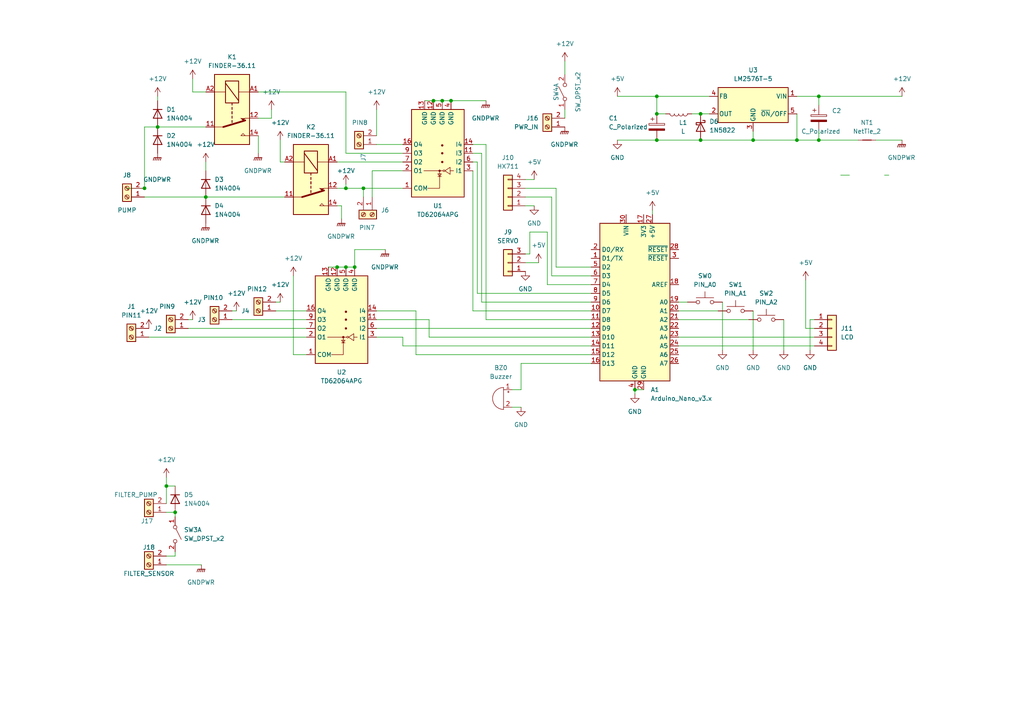
<source format=kicad_sch>
(kicad_sch (version 20230121) (generator eeschema)
  (paper "A4")
  (lib_symbols
    (symbol "Connector:Screw_Terminal_01x02" (pin_names (offset 1.016) hide)
      (property "Reference" "J" (at 0 2.54 0))
      (property "Value" "Screw_Terminal_01x02" (at 0 -5.08 0))
      (symbol "Screw_Terminal_01x02_1_1"
        (rectangle (start -1.27 1.27) (end 1.27 -3.81) (stroke (width 0.254)) (fill (type background)))
        (circle (center 0 -2.54) (radius 0.635) (stroke (width 0.1524)))
        (polyline (pts (xy -0.5334 -2.2098) (xy 0.3302 -3.048)) (stroke (width 0.1524)))
        (polyline (pts (xy -0.5334 0.3302) (xy 0.3302 -0.508)) (stroke (width 0.1524)))
        (polyline (pts (xy -0.3556 -2.032) (xy 0.508 -2.8702)) (stroke (width 0.1524)))
        (polyline (pts (xy -0.3556 0.508) (xy 0.508 -0.3302)) (stroke (width 0.1524)))
        (circle (center 0 0) (radius 0.635) (stroke (width 0.1524)))
        (pin passive line (at -5.08 0 0) (length 3.81) (name "Pin_1") (number "1"))
        (pin passive line (at -5.08 -2.54 0) (length 3.81) (name "Pin_2") (number "2"))
      )
    )
    (symbol "Connector_Generic:Conn_01x03" (pin_names (offset 1.016) hide)
      (property "Reference" "J" (at 0 5.08 0))
      (property "Value" "Conn_01x03" (at 0 -5.08 0))
      (symbol "Conn_01x03_1_1"
        (rectangle (start -1.27 -2.413) (end 0 -2.667) (stroke (width 0.1524)))
        (rectangle (start -1.27 0.127) (end 0 -0.127) (stroke (width 0.1524)))
        (rectangle (start -1.27 2.667) (end 0 2.413) (stroke (width 0.1524)))
        (rectangle (start -1.27 3.81) (end 1.27 -3.81) (stroke (width 0.254)) (fill (type background)))
        (pin passive line (at -5.08 2.54 0) (length 3.81) (name "Pin_1") (number "1"))
        (pin passive line (at -5.08 0 0) (length 3.81) (name "Pin_2") (number "2"))
        (pin passive line (at -5.08 -2.54 0) (length 3.81) (name "Pin_3") (number "3"))
      )
    )
    (symbol "Connector_Generic:Conn_01x04" (pin_names (offset 1.016) hide)
      (property "Reference" "J" (at 0 5.08 0))
      (property "Value" "Conn_01x04" (at 0 -7.62 0))
      (symbol "Conn_01x04_1_1"
        (rectangle (start -1.27 -4.953) (end 0 -5.207) (stroke (width 0.1524)))
        (rectangle (start -1.27 -2.413) (end 0 -2.667) (stroke (width 0.1524)))
        (rectangle (start -1.27 0.127) (end 0 -0.127) (stroke (width 0.1524)))
        (rectangle (start -1.27 2.667) (end 0 2.413) (stroke (width 0.1524)))
        (rectangle (start -1.27 3.81) (end 1.27 -6.35) (stroke (width 0.254)) (fill (type background)))
        (pin passive line (at -5.08 2.54 0) (length 3.81) (name "Pin_1") (number "1"))
        (pin passive line (at -5.08 0 0) (length 3.81) (name "Pin_2") (number "2"))
        (pin passive line (at -5.08 -2.54 0) (length 3.81) (name "Pin_3") (number "3"))
        (pin passive line (at -5.08 -5.08 0) (length 3.81) (name "Pin_4") (number "4"))
      )
    )
    (symbol "Device:Buzzer" (pin_names (offset 0.0254) hide)
      (property "Reference" "BZ" (at 3.81 1.27 0))
      (property "Value" "Buzzer" (at 3.81 -1.27 0))
      (symbol "Buzzer_0_1"
        (arc (start 0 -3.175) (mid 3.1612 0) (end 0 3.175))
        (polyline (pts (xy -1.651 1.905) (xy -1.143 1.905)))
        (polyline (pts (xy -1.397 2.159) (xy -1.397 1.651)))
        (polyline (pts (xy 0 3.175) (xy 0 -3.175)))
      )
      (symbol "Buzzer_1_1"
        (pin passive line (at -2.54 2.54 0) (length 2.54) (name "-") (number "1"))
        (pin passive line (at -2.54 -2.54 0) (length 2.54) (name "+") (number "2"))
      )
    )
    (symbol "Device:C_Polarized" (pin_numbers hide) (pin_names (offset 0.254))
      (property "Reference" "C" (at 0.635 2.54 0))
      (property "Value" "C_Polarized" (at 0.635 -2.54 0))
      (symbol "C_Polarized_0_1"
        (rectangle (start -2.286 0.508) (end 2.286 1.016))
        (polyline (pts (xy -1.778 2.286) (xy -0.762 2.286)))
        (polyline (pts (xy -1.27 2.794) (xy -1.27 1.778)))
        (rectangle (start 2.286 -0.508) (end -2.286 -1.016) (fill (type outline)))
      )
      (symbol "C_Polarized_1_1"
        (pin passive line (at 0 3.81 270) (length 2.794) (name "~") (number "1"))
        (pin passive line (at 0 -3.81 90) (length 2.794) (name "~") (number "2"))
      )
    )
    (symbol "Device:L" (pin_numbers hide) (pin_names (offset 1.016) hide)
      (property "Reference" "L" (at -1.27 0 90))
      (property "Value" "L" (at 1.905 0 90))
      (symbol "L_0_1"
        (arc (start 0 -2.54) (mid 0.6323 -1.905) (end 0 -1.27))
        (arc (start 0 -1.27) (mid 0.6323 -0.635) (end 0 0))
        (arc (start 0 0) (mid 0.6323 0.635) (end 0 1.27))
        (arc (start 0 1.27) (mid 0.6323 1.905) (end 0 2.54))
      )
      (symbol "L_1_1"
        (pin passive line (at 0 3.81 270) (length 1.27) (name "1") (number "1"))
        (pin passive line (at 0 -3.81 90) (length 1.27) (name "2") (number "2"))
      )
    )
    (symbol "Device:NetTie_2" (pin_numbers hide) (pin_names (offset 0) hide) (in_bom no)
      (property "Reference" "NT" (at 0 1.27 0))
      (property "Value" "NetTie_2" (at 0 -1.27 0))
      (symbol "NetTie_2_0_1"
        (polyline (pts (xy -1.27 0) (xy 1.27 0)) (stroke (width 0.254)))
      )
      (symbol "NetTie_2_1_1"
        (pin passive line (at -2.54 0 0) (length 2.54) (name "1") (number "1"))
        (pin passive line (at 2.54 0 180) (length 2.54) (name "2") (number "2"))
      )
    )
    (symbol "Diode:1N4004" (pin_numbers hide) (pin_names hide)
      (property "Reference" "D" (at 0 2.54 0))
      (property "Value" "1N4004" (at 0 -2.54 0))
      (symbol "1N4004_0_1"
        (polyline (pts (xy -1.27 1.27) (xy -1.27 -1.27)) (stroke (width 0.254)))
        (polyline (pts (xy 1.27 0) (xy -1.27 0)))
        (polyline (pts (xy 1.27 1.27) (xy 1.27 -1.27) (xy -1.27 0) (xy 1.27 1.27)) (stroke (width 0.254)))
      )
      (symbol "1N4004_1_1"
        (pin passive line (at -3.81 0 0) (length 2.54) (name "K") (number "1"))
        (pin passive line (at 3.81 0 180) (length 2.54) (name "A") (number "2"))
      )
    )
    (symbol "Diode:1N5822" (pin_numbers hide) (pin_names (offset 1.016) hide)
      (property "Reference" "D" (at 0 2.54 0))
      (property "Value" "1N5822" (at 0 -2.54 0))
      (symbol "1N5822_0_1"
        (polyline (pts (xy 1.27 0) (xy -1.27 0)))
        (polyline (pts (xy 1.27 1.27) (xy 1.27 -1.27) (xy -1.27 0) (xy 1.27 1.27)) (stroke (width 0.254)))
        (polyline (pts (xy -1.905 0.635) (xy -1.905 1.27) (xy -1.27 1.27) (xy -1.27 -1.27) (xy -0.635 -1.27) (xy -0.635 -0.635)) (stroke (width 0.254)))
      )
      (symbol "1N5822_1_1"
        (pin passive line (at -3.81 0 0) (length 2.54) (name "K") (number "1"))
        (pin passive line (at 3.81 0 180) (length 2.54) (name "A") (number "2"))
      )
    )
    (symbol "MCU_Module:Arduino_Nano_v3.x"
      (property "Reference" "A" (at -10.16 23.495 0))
      (property "Value" "Arduino_Nano_v3.x" (at 5.08 -24.13 0))
      (symbol "Arduino_Nano_v3.x_0_1"
        (rectangle (start -10.16 22.86) (end 10.16 -22.86) (stroke (width 0.254)) (fill (type background)))
      )
      (symbol "Arduino_Nano_v3.x_1_1"
        (pin bidirectional line (at -12.7 12.7 0) (length 2.54) (name "D1/TX") (number "1"))
        (pin bidirectional line (at -12.7 -2.54 0) (length 2.54) (name "D7") (number "10"))
        (pin bidirectional line (at -12.7 -5.08 0) (length 2.54) (name "D8") (number "11"))
        (pin bidirectional line (at -12.7 -7.62 0) (length 2.54) (name "D9") (number "12"))
        (pin bidirectional line (at -12.7 -10.16 0) (length 2.54) (name "D10") (number "13"))
        (pin bidirectional line (at -12.7 -12.7 0) (length 2.54) (name "D11") (number "14"))
        (pin bidirectional line (at -12.7 -15.24 0) (length 2.54) (name "D12") (number "15"))
        (pin bidirectional line (at -12.7 -17.78 0) (length 2.54) (name "D13") (number "16"))
        (pin power_out line (at 2.54 25.4 270) (length 2.54) (name "3V3") (number "17"))
        (pin input line (at 12.7 5.08 180) (length 2.54) (name "AREF") (number "18"))
        (pin bidirectional line (at 12.7 0 180) (length 2.54) (name "A0") (number "19"))
        (pin bidirectional line (at -12.7 15.24 0) (length 2.54) (name "D0/RX") (number "2"))
        (pin bidirectional line (at 12.7 -2.54 180) (length 2.54) (name "A1") (number "20"))
        (pin bidirectional line (at 12.7 -5.08 180) (length 2.54) (name "A2") (number "21"))
        (pin bidirectional line (at 12.7 -7.62 180) (length 2.54) (name "A3") (number "22"))
        (pin bidirectional line (at 12.7 -10.16 180) (length 2.54) (name "A4") (number "23"))
        (pin bidirectional line (at 12.7 -12.7 180) (length 2.54) (name "A5") (number "24"))
        (pin bidirectional line (at 12.7 -15.24 180) (length 2.54) (name "A6") (number "25"))
        (pin bidirectional line (at 12.7 -17.78 180) (length 2.54) (name "A7") (number "26"))
        (pin power_out line (at 5.08 25.4 270) (length 2.54) (name "+5V") (number "27"))
        (pin input line (at 12.7 15.24 180) (length 2.54) (name "~{RESET}") (number "28"))
        (pin power_in line (at 2.54 -25.4 90) (length 2.54) (name "GND") (number "29"))
        (pin input line (at 12.7 12.7 180) (length 2.54) (name "~{RESET}") (number "3"))
        (pin power_in line (at -2.54 25.4 270) (length 2.54) (name "VIN") (number "30"))
        (pin power_in line (at 0 -25.4 90) (length 2.54) (name "GND") (number "4"))
        (pin bidirectional line (at -12.7 10.16 0) (length 2.54) (name "D2") (number "5"))
        (pin bidirectional line (at -12.7 7.62 0) (length 2.54) (name "D3") (number "6"))
        (pin bidirectional line (at -12.7 5.08 0) (length 2.54) (name "D4") (number "7"))
        (pin bidirectional line (at -12.7 2.54 0) (length 2.54) (name "D5") (number "8"))
        (pin bidirectional line (at -12.7 0 0) (length 2.54) (name "D6") (number "9"))
      )
    )
    (symbol "Regulator_Switching:LM2576T-5" (pin_names (offset 0.254))
      (property "Reference" "U" (at -10.16 6.35 0))
      (property "Value" "LM2576T-5" (at 0 6.35 0))
      (symbol "LM2576T-5_0_1"
        (rectangle (start -10.16 5.08) (end 10.16 -5.08) (stroke (width 0.254)) (fill (type background)))
      )
      (symbol "LM2576T-5_1_1"
        (pin power_in line (at -12.7 2.54 0) (length 2.54) (name "VIN") (number "1"))
        (pin output line (at 12.7 -2.54 180) (length 2.54) (name "OUT") (number "2"))
        (pin power_in line (at 0 -7.62 90) (length 2.54) (name "GND") (number "3"))
        (pin input line (at 12.7 2.54 180) (length 2.54) (name "FB") (number "4"))
        (pin input line (at -12.7 -2.54 0) (length 2.54) (name "~{ON}/OFF") (number "5"))
      )
    )
    (symbol "Relay:FINDER-36.11"
      (property "Reference" "K" (at 11.43 3.81 0))
      (property "Value" "FINDER-36.11" (at 11.43 1.27 0))
      (symbol "FINDER-36.11_0_0"
        (polyline (pts (xy 2.54 3.81) (xy 2.54 5.08)))
        (polyline (pts (xy 7.62 3.81) (xy 7.62 5.08)))
        (polyline (pts (xy 7.62 3.81) (xy 7.62 2.54) (xy 6.985 3.175) (xy 7.62 3.81)))
      )
      (symbol "FINDER-36.11_0_1"
        (rectangle (start -10.16 5.08) (end 10.16 -5.08) (stroke (width 0.254)) (fill (type background)))
        (rectangle (start -8.255 1.905) (end -1.905 -1.905) (stroke (width 0.254)))
        (polyline (pts (xy -7.62 -1.905) (xy -2.54 1.905)) (stroke (width 0.254)))
        (polyline (pts (xy -5.08 -5.08) (xy -5.08 -1.905)))
        (polyline (pts (xy -5.08 5.08) (xy -5.08 1.905)))
        (polyline (pts (xy -1.905 0) (xy -1.27 0)) (stroke (width 0.254)))
        (polyline (pts (xy -0.635 0) (xy 0 0)) (stroke (width 0.254)))
        (polyline (pts (xy 0.635 0) (xy 1.27 0)) (stroke (width 0.254)))
        (polyline (pts (xy 0.635 0) (xy 1.27 0)) (stroke (width 0.254)))
        (polyline (pts (xy 1.905 0) (xy 2.54 0)) (stroke (width 0.254)))
        (polyline (pts (xy 3.175 0) (xy 3.81 0)) (stroke (width 0.254)))
        (polyline (pts (xy 5.08 -2.54) (xy 3.175 3.81)) (stroke (width 0.508)))
        (polyline (pts (xy 5.08 -2.54) (xy 5.08 -5.08)))
        (polyline (pts (xy 2.54 2.54) (xy 3.175 3.175) (xy 2.54 3.81)) (fill (type outline)))
      )
      (symbol "FINDER-36.11_1_1"
        (pin passive line (at 5.08 -7.62 90) (length 2.54) (name "~") (number "11"))
        (pin passive line (at 2.54 7.62 270) (length 2.54) (name "~") (number "12"))
        (pin passive line (at 7.62 7.62 270) (length 2.54) (name "~") (number "14"))
        (pin passive line (at -5.08 7.62 270) (length 2.54) (name "~") (number "A1"))
        (pin passive line (at -5.08 -7.62 90) (length 2.54) (name "~") (number "A2"))
      )
    )
    (symbol "Switch:SW_DPST_x2" (pin_names (offset 0) hide)
      (property "Reference" "SW" (at 0 3.175 0))
      (property "Value" "SW_DPST_x2" (at 0 -2.54 0))
      (symbol "SW_DPST_x2_0_0"
        (circle (center -2.032 0) (radius 0.508))
        (polyline (pts (xy -1.524 0.254) (xy 1.524 1.778)))
        (circle (center 2.032 0) (radius 0.508))
      )
      (symbol "SW_DPST_x2_1_1"
        (pin passive line (at -5.08 0 0) (length 2.54) (name "A") (number "1"))
        (pin passive line (at 5.08 0 180) (length 2.54) (name "B") (number "2"))
      )
      (symbol "SW_DPST_x2_2_1"
        (pin passive line (at -5.08 0 0) (length 2.54) (name "A") (number "3"))
        (pin passive line (at 5.08 0 180) (length 2.54) (name "B") (number "4"))
      )
    )
    (symbol "Switch:SW_Push" (pin_numbers hide) (pin_names (offset 1.016) hide)
      (property "Reference" "SW" (at 1.27 2.54 0))
      (property "Value" "SW_Push" (at 0 -1.524 0))
      (symbol "SW_Push_0_1"
        (circle (center -2.032 0) (radius 0.508))
        (polyline (pts (xy 0 1.27) (xy 0 3.048)))
        (polyline (pts (xy 2.54 1.27) (xy -2.54 1.27)))
        (circle (center 2.032 0) (radius 0.508))
        (pin passive line (at -5.08 0 0) (length 2.54) (name "1") (number "1"))
        (pin passive line (at 5.08 0 180) (length 2.54) (name "2") (number "2"))
      )
    )
    (symbol "Transistor_Array:TD62064APG"
      (property "Reference" "U" (at 0 15.875 0))
      (property "Value" "TD62064APG" (at 0 13.97 0))
      (symbol "TD62064APG_0_1"
        (rectangle (start -7.62 -12.7) (end 7.62 12.7) (stroke (width 0.254)) (fill (type background)))
        (circle (center -1.778 5.08) (radius 0.254))
        (circle (center -1.27 -2.286) (radius 0.254) (fill (type outline)))
        (circle (center -1.27 0) (radius 0.254) (fill (type outline)))
        (circle (center -1.27 2.54) (radius 0.254) (fill (type outline)))
        (circle (center -0.508 5.08) (radius 0.254) (fill (type outline)))
        (polyline (pts (xy -4.572 5.08) (xy -3.556 5.08)))
        (polyline (pts (xy -1.524 5.08) (xy 4.064 5.08)))
        (polyline (pts (xy 0 6.731) (xy -1.016 6.731)))
        (polyline (pts (xy -0.508 5.08) (xy -0.508 10.16) (xy 2.921 10.16)))
        (polyline (pts (xy -3.556 6.096) (xy -3.556 4.064) (xy -2.032 5.08) (xy -3.556 6.096)))
        (polyline (pts (xy 0 5.969) (xy -1.016 5.969) (xy -0.508 6.731) (xy 0 5.969)))
      )
      (symbol "TD62064APG_1_1"
        (pin passive line (at 10.16 10.16 180) (length 2.54) (name "COM") (number "1"))
        (pin input line (at -10.16 0 0) (length 2.54) (name "I3") (number "11"))
        (pin power_in line (at 1.27 -15.24 90) (length 2.54) (name "GND") (number "12"))
        (pin power_in line (at 3.81 -15.24 90) (length 2.54) (name "GND") (number "13"))
        (pin input line (at -10.16 -2.54 0) (length 2.54) (name "I4") (number "14"))
        (pin open_collector line (at 10.16 -2.54 180) (length 2.54) (name "O4") (number "16"))
        (pin open_collector line (at 10.16 5.08 180) (length 2.54) (name "O1") (number "2"))
        (pin input line (at -10.16 5.08 0) (length 2.54) (name "I1") (number "3"))
        (pin power_in line (at -3.81 -15.24 90) (length 2.54) (name "GND") (number "4"))
        (pin power_in line (at -1.27 -15.24 90) (length 2.54) (name "GND") (number "5"))
        (pin input line (at -10.16 2.54 0) (length 2.54) (name "I2") (number "6"))
        (pin open_collector line (at 10.16 2.54 180) (length 2.54) (name "O2") (number "7"))
        (pin open_collector line (at 10.16 0 180) (length 2.54) (name "O3") (number "9"))
      )
    )
    (symbol "power:+12V" (power) (pin_names (offset 0))
      (property "Value" "+12V" (at 0 3.556 0))
      (symbol "+12V_0_1"
        (polyline (pts (xy -0.762 1.27) (xy 0 2.54)))
        (polyline (pts (xy 0 0) (xy 0 2.54)))
        (polyline (pts (xy 0 2.54) (xy 0.762 1.27)))
      )
      (symbol "+12V_1_1"
        (pin power_in line (at 0 0 90) (length 0) hide (name "+12V") (number "1"))
      )
    )
    (symbol "power:+5V" (power) (pin_names (offset 0))
      (property "Value" "+5V" (at 0 3.556 0))
      (symbol "+5V_0_1"
        (polyline (pts (xy -0.762 1.27) (xy 0 2.54)))
        (polyline (pts (xy 0 0) (xy 0 2.54)))
        (polyline (pts (xy 0 2.54) (xy 0.762 1.27)))
      )
      (symbol "+5V_1_1"
        (pin power_in line (at 0 0 90) (length 0) hide (name "+5V") (number "1"))
      )
    )
    (symbol "power:GND" (power) (pin_names (offset 0))
      (property "Value" "GND" (at 0 -3.81 0))
      (symbol "GND_0_1"
        (polyline (pts (xy 0 0) (xy 0 -1.27) (xy 1.27 -1.27) (xy 0 -2.54) (xy -1.27 -1.27) (xy 0 -1.27)))
      )
      (symbol "GND_1_1"
        (pin power_in line (at 0 0 270) (length 0) hide (name "GND") (number "1"))
      )
    )
    (symbol "power:GNDPWR" (power) (pin_names (offset 0))
      (property "Value" "GNDPWR" (at 0 -3.302 0))
      (symbol "GNDPWR_0_1"
        (polyline (pts (xy 0 -1.27) (xy 0 0)))
        (polyline (pts (xy -1.016 -1.27) (xy -1.27 -2.032) (xy -1.27 -2.032)) (stroke (width 0.2032)))
        (polyline (pts (xy -0.508 -1.27) (xy -0.762 -2.032) (xy -0.762 -2.032)) (stroke (width 0.2032)))
        (polyline (pts (xy 0 -1.27) (xy -0.254 -2.032) (xy -0.254 -2.032)) (stroke (width 0.2032)))
        (polyline (pts (xy 0.508 -1.27) (xy 0.254 -2.032) (xy 0.254 -2.032)) (stroke (width 0.2032)))
        (polyline (pts (xy 1.016 -1.27) (xy -1.016 -1.27) (xy -1.016 -1.27)) (stroke (width 0.2032)))
        (polyline (pts (xy 1.016 -1.27) (xy 0.762 -2.032) (xy 0.762 -2.032) (xy 0.762 -2.032)) (stroke (width 0.2032)))
      )
      (symbol "GNDPWR_1_1"
        (pin power_in line (at 0 0 270) (length 0) hide (name "GNDPWR") (number "1"))
      )
    )
  )
  (junction (at 203.2 40.64))
  (junction (at 125.73 29.21))
  (junction (at 41.91 54.61))
  (junction (at 102.87 77.47))
  (junction (at 50.8 148.59))
  (junction (at 184.15 113.03))
  (junction (at 100.33 54.61))
  (junction (at 100.33 77.47))
  (junction (at 203.2 33.02))
  (junction (at 237.49 27.94))
  (junction (at 190.5 33.02))
  (junction (at 97.79 77.47))
  (junction (at 190.5 27.94))
  (junction (at 105.41 54.61))
  (junction (at 59.69 57.15))
  (junction (at 45.72 36.83))
  (junction (at 128.27 29.21))
  (junction (at 48.26 140.97))
  (junction (at 130.81 29.21))
  (junction (at 231.14 40.64))
  (junction (at 190.5 40.64))
  (junction (at 218.44 40.64))
  (junction (at 237.49 40.64))
  (wire (pts (xy 81.28 46.99) (xy 82.55 46.99)))
  (wire (pts (xy 120.65 90.17) (xy 120.65 102.87)))
  (wire (pts (xy 200.66 33.02) (xy 203.2 33.02)))
  (wire (pts (xy 74.93 34.29) (xy 78.74 34.29)))
  (wire (pts (xy 205.74 27.94) (xy 190.5 27.94)))
  (wire (pts (xy 95.25 77.47) (xy 97.79 77.47)))
  (wire (pts (xy 128.27 29.21) (xy 130.81 29.21)))
  (wire (pts (xy 218.44 40.64) (xy 231.14 40.64)))
  (wire (pts (xy 237.49 27.94) (xy 261.62 27.94)))
  (wire (pts (xy 41.91 57.15) (xy 59.69 57.15)))
  (wire (pts (xy 81.28 40.64) (xy 81.28 46.99)))
  (wire (pts (xy 54.61 95.25) (xy 88.9 95.25)))
  (wire (pts (xy 55.88 26.67) (xy 55.88 22.86)))
  (wire (pts (xy 67.31 92.71) (xy 88.9 92.71)))
  (wire (pts (xy 125.73 29.21) (xy 128.27 29.21)))
  (wire (pts (xy 231.14 40.64) (xy 237.49 40.64)))
  (wire (pts (xy 171.45 90.17) (xy 137.16 90.17)))
  (wire (pts (xy 85.09 102.87) (xy 88.9 102.87)))
  (wire (pts (xy 153.67 73.66) (xy 153.67 67.31)))
  (wire (pts (xy 203.2 40.64) (xy 218.44 40.64)))
  (wire (pts (xy 109.22 92.71) (xy 124.46 92.71)))
  (wire (pts (xy 190.5 27.94) (xy 190.5 33.02)))
  (wire (pts (xy 109.22 97.79) (xy 116.84 97.79)))
  (wire (pts (xy 100.33 26.67) (xy 100.33 44.45)))
  (wire (pts (xy 99.06 59.69) (xy 99.06 63.5)))
  (wire (pts (xy 59.69 49.53) (xy 59.69 46.99)))
  (wire (pts (xy 140.97 41.91) (xy 140.97 92.71)))
  (wire (pts (xy 237.49 27.94) (xy 237.49 30.48)))
  (wire (pts (xy 130.81 29.21) (xy 140.97 29.21)))
  (wire (pts (xy 59.69 57.15) (xy 82.55 57.15)))
  (wire (pts (xy 100.33 44.45) (xy 116.84 44.45)))
  (wire (pts (xy 102.87 77.47) (xy 102.87 72.39)))
  (wire (pts (xy 59.69 26.67) (xy 55.88 26.67)))
  (wire (pts (xy 171.45 92.71) (xy 140.97 92.71)))
  (wire (pts (xy 97.79 46.99) (xy 116.84 46.99)))
  (wire (pts (xy 48.26 148.59) (xy 50.8 148.59)))
  (wire (pts (xy 196.85 92.71) (xy 217.17 92.71)))
  (wire (pts (xy 107.95 49.53) (xy 116.84 49.53)))
  (wire (pts (xy 139.7 44.45) (xy 137.16 44.45)))
  (wire (pts (xy 196.85 100.33) (xy 236.22 100.33)))
  (wire (pts (xy 151.13 113.03) (xy 151.13 105.41)))
  (wire (pts (xy 179.07 40.64) (xy 190.5 40.64)))
  (wire (pts (xy 148.59 113.03) (xy 151.13 113.03)))
  (wire (pts (xy 48.26 140.97) (xy 48.26 138.43)))
  (wire (pts (xy 184.15 113.03) (xy 186.69 113.03)))
  (wire (pts (xy 196.85 90.17) (xy 208.28 90.17)))
  (wire (pts (xy 152.4 76.2) (xy 156.21 76.2)))
  (wire (pts (xy 161.29 54.61) (xy 161.29 77.47)))
  (wire (pts (xy 189.23 60.96) (xy 189.23 62.23)))
  (wire (pts (xy 234.95 92.71) (xy 234.95 101.6)))
  (wire (pts (xy 218.44 38.1) (xy 218.44 40.64)))
  (wire (pts (xy 120.65 102.87) (xy 171.45 102.87)))
  (wire (pts (xy 48.26 163.83) (xy 58.42 163.83)))
  (wire (pts (xy 171.45 87.63) (xy 139.7 87.63)))
  (wire (pts (xy 124.46 97.79) (xy 171.45 97.79)))
  (wire (pts (xy 41.91 36.83) (xy 41.91 54.61)))
  (wire (pts (xy 137.16 41.91) (xy 140.97 41.91)))
  (wire (pts (xy 158.75 67.31) (xy 158.75 82.55)))
  (wire (pts (xy 139.7 44.45) (xy 139.7 87.63)))
  (wire (pts (xy 163.83 17.78) (xy 163.83 21.59)))
  (wire (pts (xy 80.01 90.17) (xy 88.9 90.17)))
  (wire (pts (xy 236.22 92.71) (xy 234.95 92.71)))
  (wire (pts (xy 237.49 38.1) (xy 237.49 40.64)))
  (wire (pts (xy 100.33 77.47) (xy 102.87 77.47)))
  (wire (pts (xy 78.74 34.29) (xy 78.74 31.75)))
  (wire (pts (xy 97.79 59.69) (xy 99.06 59.69)))
  (wire (pts (xy 116.84 97.79) (xy 116.84 100.33)))
  (wire (pts (xy 74.93 39.37) (xy 74.93 44.45)))
  (wire (pts (xy 152.4 59.69) (xy 154.94 59.69)))
  (wire (pts (xy 209.55 87.63) (xy 209.55 101.6)))
  (wire (pts (xy 203.2 33.02) (xy 205.74 33.02)))
  (wire (pts (xy 137.16 49.53) (xy 137.16 90.17)))
  (wire (pts (xy 45.72 36.83) (xy 59.69 36.83)))
  (wire (pts (xy 36.83 54.61) (xy 41.91 54.61)))
  (wire (pts (xy 233.68 81.28) (xy 233.68 95.25)))
  (wire (pts (xy 80.01 87.63) (xy 81.28 87.63)))
  (wire (pts (xy 243.84 50.8) (xy 246.38 50.8)))
  (wire (pts (xy 45.72 27.94) (xy 45.72 29.21)))
  (wire (pts (xy 184.15 113.03) (xy 184.15 114.3)))
  (wire (pts (xy 148.59 118.11) (xy 151.13 118.11)))
  (wire (pts (xy 50.8 149.86) (xy 50.8 148.59)))
  (wire (pts (xy 43.18 97.79) (xy 88.9 97.79)))
  (wire (pts (xy 231.14 27.94) (xy 237.49 27.94)))
  (wire (pts (xy 227.33 92.71) (xy 227.33 101.6)))
  (wire (pts (xy 107.95 57.15) (xy 107.95 49.53)))
  (wire (pts (xy 196.85 87.63) (xy 199.39 87.63)))
  (wire (pts (xy 163.83 31.75) (xy 163.83 34.29)))
  (wire (pts (xy 160.02 80.01) (xy 171.45 80.01)))
  (wire (pts (xy 152.4 54.61) (xy 161.29 54.61)))
  (wire (pts (xy 190.5 33.02) (xy 193.04 33.02)))
  (wire (pts (xy 218.44 90.17) (xy 218.44 101.6)))
  (wire (pts (xy 50.8 160.02) (xy 50.8 161.29)))
  (wire (pts (xy 116.84 100.33) (xy 171.45 100.33)))
  (wire (pts (xy 254 40.64) (xy 261.62 40.64)))
  (wire (pts (xy 105.41 54.61) (xy 105.41 57.15)))
  (wire (pts (xy 161.29 77.47) (xy 171.45 77.47)))
  (wire (pts (xy 48.26 140.97) (xy 50.8 140.97)))
  (wire (pts (xy 152.4 52.07) (xy 154.94 52.07)))
  (wire (pts (xy 256.54 50.8) (xy 257.81 50.8)))
  (wire (pts (xy 137.16 46.99) (xy 138.43 46.99)))
  (wire (pts (xy 203.2 40.64) (xy 190.5 40.64)))
  (wire (pts (xy 54.61 92.71) (xy 55.88 92.71)))
  (wire (pts (xy 151.13 105.41) (xy 171.45 105.41)))
  (wire (pts (xy 67.31 90.17) (xy 68.58 90.17)))
  (wire (pts (xy 179.07 27.94) (xy 190.5 27.94)))
  (wire (pts (xy 171.45 85.09) (xy 138.43 85.09)))
  (wire (pts (xy 152.4 57.15) (xy 160.02 57.15)))
  (wire (pts (xy 97.79 77.47) (xy 100.33 77.47)))
  (wire (pts (xy 153.67 67.31) (xy 158.75 67.31)))
  (wire (pts (xy 160.02 57.15) (xy 160.02 80.01)))
  (wire (pts (xy 158.75 82.55) (xy 171.45 82.55)))
  (wire (pts (xy 102.87 72.39) (xy 111.76 72.39)))
  (wire (pts (xy 236.22 95.25) (xy 233.68 95.25)))
  (wire (pts (xy 97.79 54.61) (xy 100.33 54.61)))
  (wire (pts (xy 231.14 33.02) (xy 231.14 40.64)))
  (wire (pts (xy 124.46 92.71) (xy 124.46 97.79)))
  (wire (pts (xy 74.93 26.67) (xy 100.33 26.67)))
  (wire (pts (xy 138.43 46.99) (xy 138.43 85.09)))
  (wire (pts (xy 109.22 90.17) (xy 120.65 90.17)))
  (wire (pts (xy 109.22 31.75) (xy 109.22 39.37)))
  (wire (pts (xy 237.49 40.64) (xy 248.92 40.64)))
  (wire (pts (xy 100.33 53.34) (xy 100.33 54.61)))
  (wire (pts (xy 105.41 54.61) (xy 116.84 54.61)))
  (wire (pts (xy 109.22 95.25) (xy 171.45 95.25)))
  (wire (pts (xy 48.26 161.29) (xy 50.8 161.29)))
  (wire (pts (xy 153.67 73.66) (xy 152.4 73.66)))
  (wire (pts (xy 196.85 97.79) (xy 236.22 97.79)))
  (wire (pts (xy 109.22 41.91) (xy 116.84 41.91)))
  (wire (pts (xy 85.09 80.01) (xy 85.09 102.87)))
  (wire (pts (xy 41.91 36.83) (xy 45.72 36.83)))
  (wire (pts (xy 100.33 54.61) (xy 105.41 54.61)))
  (wire (pts (xy 123.19 29.21) (xy 125.73 29.21)))
  (wire (pts (xy 48.26 146.05) (xy 48.26 140.97)))
  (symbol (lib_id "power:+5V") (at 189.23 60.96 0) (unit 1)
    (property "Reference" "#PWR0134" (effects hide))
    (property "Value" "+5V" (at 189.23 55.88 0))
  )
  (symbol (lib_id "power:+12V") (at 55.88 22.86 0) (unit 1)
    (property "Reference" "#PWR0110" (effects hide))
    (property "Value" "+12V" (at 55.88 17.78 0))
  )
  (symbol (lib_id "power:GNDPWR") (at 59.69 64.77 0) (unit 1)
    (property "Reference" "#PWR0128" (effects hide))
    (property "Value" "GNDPWR" (at 59.563 69.85 0))
  )
  (symbol (lib_id "Connector_Generic:Conn_01x03") (at 147.32 76.2 180) (unit 1)
    (property "Reference" "J9" (at 147.32 67.31 0))
    (property "Value" "SERVO" (at 147.32 69.85 0))
    (property "Footprint" "Connector_PinSocket_2.54mm:PinSocket_1x03_P2.54mm_Vertical" (effects hide))
  )
  (symbol (lib_id "Connector:Screw_Terminal_01x02") (at 36.83 57.15 180) (unit 1)
    (property "Reference" "J8" (at 36.83 50.8 0))
    (property "Value" "PUMP" (at 36.83 60.96 0))
    (property "Footprint" "TerminalBlock_Phoenix:TerminalBlock_Phoenix_MKDS-3-2-5.08_1x02_P5.08mm_Horizontal" (effects hide))
  )
  (symbol (lib_id "Diode:1N4004") (at 59.69 60.96 270) (unit 1)
    (property "Reference" "D4" (at 62.23 59.6899 90) (effects (justify left)))
    (property "Value" "1N4004" (at 62.23 62.2299 90) (effects (justify left)))
    (property "Footprint" "Diode_THT:D_DO-41_SOD81_P10.16mm_Horizontal" (effects hide))
    (property "Datasheet" "http://www.vishay.com/docs/88503/1n4001.pdf" (effects hide))
  )
  (symbol (lib_id "Connector:Screw_Terminal_01x02") (at 74.93 90.17 180) (unit 1)
    (property "Reference" "J4" (at 72.39 90.1701 0) (effects (justify left)))
    (property "Value" "PIN12" (at 77.47 83.82 0) (effects (justify left)))
    (property "Footprint" "TerminalBlock_Phoenix:TerminalBlock_Phoenix_MKDS-3-2-5.08_1x02_P5.08mm_Horizontal" (effects hide))
  )
  (symbol (lib_id "Connector:Screw_Terminal_01x02") (at 43.18 163.83 180) (unit 1)
    (property "Reference" "J18" (at 43.18 158.75 0))
    (property "Value" "FILTER_SENSOR" (at 43.18 166.37 0))
    (property "Footprint" "TerminalBlock_Phoenix:TerminalBlock_Phoenix_MKDS-3-2-5.08_1x02_P5.08mm_Horizontal" (effects hide))
  )
  (symbol (lib_id "Connector:Screw_Terminal_01x02") (at 62.23 92.71 180) (unit 1)
    (property "Reference" "J3" (at 59.69 92.7101 0) (effects (justify left)))
    (property "Value" "PIN10" (at 64.77 86.36 0) (effects (justify left)))
    (property "Footprint" "TerminalBlock_Phoenix:TerminalBlock_Phoenix_MKDS-3-2-5.08_1x02_P5.08mm_Horizontal" (effects hide))
  )
  (symbol (lib_id "Connector:Screw_Terminal_01x02") (at 104.14 41.91 180) (unit 1)
    (property "Reference" "J7" (at 105.4101 44.45 90) (effects (justify left)))
    (property "Value" "PIN8" (at 106.68 35.56 0) (effects (justify left)))
    (property "Footprint" "TerminalBlock_Phoenix:TerminalBlock_Phoenix_MKDS-3-2-5.08_1x02_P5.08mm_Horizontal" (effects hide))
  )
  (symbol (lib_id "Switch:SW_Push") (at 213.36 90.17 0) (unit 1)
    (property "Reference" "SW1" (at 213.36 82.55 0))
    (property "Value" "PIN_A1" (at 213.36 85.09 0))
    (property "Footprint" "Button_Switch_THT:SW_PUSH_6mm" (effects hide))
  )
  (symbol (lib_id "Diode:1N4004") (at 45.72 33.02 270) (unit 1)
    (property "Reference" "D1" (at 48.26 31.7499 90) (effects (justify left)))
    (property "Value" "1N4004" (at 48.26 34.2899 90) (effects (justify left)))
    (property "Footprint" "Diode_THT:D_DO-41_SOD81_P10.16mm_Horizontal" (effects hide))
    (property "Datasheet" "http://www.vishay.com/docs/88503/1n4001.pdf" (effects hide))
  )
  (symbol (lib_id "Connector:Screw_Terminal_01x02") (at 49.53 95.25 180) (unit 1)
    (property "Reference" "J2" (at 46.99 95.2501 0) (effects (justify left)))
    (property "Value" "PIN9" (at 50.8 88.9 0) (effects (justify left)))
    (property "Footprint" "TerminalBlock_Phoenix:TerminalBlock_Phoenix_MKDS-3-2-5.08_1x02_P5.08mm_Horizontal" (effects hide))
  )
  (symbol (lib_id "Connector_Generic:Conn_01x04") (at 147.32 57.15 180) (unit 1)
    (property "Reference" "J10" (at 147.32 45.72 0))
    (property "Value" "HX711" (at 147.32 48.26 0))
    (property "Footprint" "Connector_PinSocket_2.54mm:PinSocket_1x04_P2.54mm_Vertical" (effects hide))
  )
  (symbol (lib_id "Transistor_Array:TD62064APG") (at 127 44.45 180) (unit 1)
    (property "Reference" "U1" (at 127 59.69 0))
    (property "Value" "TD62064APG" (at 127 62.23 0))
    (property "Footprint" "Package_DIP:DIP-16_W7.62mm" (effects hide))
    (property "Datasheet" "https://www.mouser.com/datasheet/2/408/toshiba%20america%20electronic%20components,%20inc._dst_td-1209371.pdf" (effects hide))
  )
  (symbol (lib_id "Relay:FINDER-36.11") (at 67.31 31.75 270) (unit 1)
    (property "Reference" "K1" (at 67.31 16.51 90))
    (property "Value" "FINDER-36.11" (at 67.31 19.05 90))
    (property "Footprint" "Relay_THT:Relay_SPDT_Finder_36.11" (effects hide))
    (property "Datasheet" "https://gfinder.findernet.com/public/attachments/36/EN/S36EN.pdf" (effects hide))
  )
  (symbol (lib_id "power:GNDPWR") (at 58.42 163.83 0) (unit 1)
    (property "Reference" "#PWR0105" (effects hide))
    (property "Value" "GNDPWR" (at 58.293 168.91 0))
  )
  (symbol (lib_id "power:GND") (at 151.13 118.11 0) (unit 1)
    (property "Reference" "#PWR0119" (effects hide))
    (property "Value" "GND" (at 151.13 123.19 0))
  )
  (symbol (lib_id "power:+5V") (at 233.68 81.28 0) (unit 1)
    (property "Reference" "#PWR0124" (effects hide))
    (property "Value" "+5V" (at 233.68 76.2 0))
  )
  (symbol (lib_id "power:GND") (at 234.95 101.6 0) (unit 1)
    (property "Reference" "#PWR0123" (effects hide))
    (property "Value" "GND" (at 234.95 106.68 0))
  )
  (symbol (lib_id "power:GND") (at 227.33 101.6 0) (unit 1)
    (property "Reference" "#PWR0122" (effects hide))
    (property "Value" "GND" (at 227.33 106.68 0))
  )
  (symbol (lib_id "Device:NetTie_2") (at 251.46 40.64 0) (unit 1) (in_bom no)
    (property "Reference" "NT1" (at 251.46 35.56 0))
    (property "Value" "NetTie_2" (at 251.46 38.1 0))
    (property "Footprint" "NetTie:NetTie-2_SMD_Pad2.0mm" (effects hide))
  )
  (symbol (lib_id "power:GNDPWR") (at 99.06 63.5 0) (unit 1)
    (property "Reference" "#PWR0129" (effects hide))
    (property "Value" "GNDPWR" (at 98.933 68.58 0))
  )
  (symbol (lib_id "Connector_Generic:Conn_01x04") (at 241.3 95.25 0) (unit 1)
    (property "Reference" "J11" (at 243.84 95.2499 0) (effects (justify left)))
    (property "Value" "LCD" (at 243.84 97.7899 0) (effects (justify left)))
    (property "Footprint" "Connector_PinSocket_2.54mm:PinSocket_1x04_P2.54mm_Vertical" (effects hide))
  )
  (symbol (lib_id "power:GND") (at 209.55 101.6 0) (unit 1)
    (property "Reference" "#PWR0121" (effects hide))
    (property "Value" "GND" (at 209.55 106.68 0))
  )
  (symbol (lib_id "power:+12V") (at 100.33 53.34 0) (unit 1)
    (property "Reference" "#PWR0102" (effects hide))
    (property "Value" "+12V" (at 100.33 49.53 0))
  )
  (symbol (lib_id "power:+12V") (at 163.83 17.78 0) (unit 1)
    (property "Reference" "#PWR0136" (effects hide))
    (property "Value" "+12V" (at 163.83 12.7 0))
  )
  (symbol (lib_id "Device:C_Polarized") (at 237.49 34.29 0) (unit 1)
    (property "Reference" "C2" (at 241.3 32.1309 0) (effects (justify left)))
    (property "Value" "C_Polarized" (at 232.41 38.1 0) (effects (justify left)))
    (property "Footprint" "Capacitor_THT:CP_Radial_D8.0mm_P5.00mm" (effects hide))
  )
  (symbol (lib_id "power:GNDPWR") (at 140.97 29.21 0) (unit 1)
    (property "Reference" "#PWR0101" (effects hide))
    (property "Value" "GNDPWR" (at 140.843 34.29 0))
  )
  (symbol (lib_id "power:GNDPWR") (at 74.93 44.45 0) (unit 1)
    (property "Reference" "#PWR0126" (effects hide))
    (property "Value" "GNDPWR" (at 74.803 49.53 0))
  )
  (symbol (lib_id "power:GND") (at 152.4 78.74 0) (unit 1)
    (property "Reference" "#PWR0117" (effects hide))
    (property "Value" "GND" (at 152.4 83.82 0))
  )
  (symbol (lib_id "Diode:1N4004") (at 45.72 40.64 270) (unit 1)
    (property "Reference" "D2" (at 48.26 39.3699 90) (effects (justify left)))
    (property "Value" "1N4004" (at 48.26 41.9099 90) (effects (justify left)))
    (property "Footprint" "Diode_THT:D_DO-41_SOD81_P10.16mm_Horizontal" (effects hide))
    (property "Datasheet" "http://www.vishay.com/docs/88503/1n4001.pdf" (effects hide))
  )
  (symbol (lib_id "Diode:1N5822") (at 203.2 36.83 270) (unit 1)
    (property "Reference" "D6" (at 205.74 35.2424 90) (effects (justify left)))
    (property "Value" "1N5822" (at 205.74 37.7824 90) (effects (justify left)))
    (property "Footprint" "Diode_THT:D_DO-201AD_P15.24mm_Horizontal" (effects hide))
    (property "Datasheet" "http://www.vishay.com/docs/88526/1n5820.pdf" (effects hide))
  )
  (symbol (lib_id "Transistor_Array:TD62064APG") (at 99.06 92.71 180) (unit 1)
    (property "Reference" "U2" (at 99.06 107.95 0))
    (property "Value" "TD62064APG" (at 99.06 110.49 0))
    (property "Footprint" "Package_DIP:DIP-16_W7.62mm" (effects hide))
    (property "Datasheet" "https://www.mouser.com/datasheet/2/408/toshiba%20america%20electronic%20components,%20inc._dst_td-1209371.pdf" (effects hide))
  )
  (symbol (lib_id "Regulator_Switching:LM2576T-5") (at 218.44 30.48 0) (mirror y) (unit 1)
    (property "Reference" "U3" (at 218.44 20.32 0))
    (property "Value" "LM2576T-5" (at 218.44 22.86 0))
    (property "Footprint" "Package_TO_SOT_THT:TO-220-5_Vertical" (effects hide))
    (property "Datasheet" "http://www.ti.com/lit/ds/symlink/lm2576.pdf" (effects hide))
  )
  (symbol (lib_id "power:+5V") (at 156.21 76.2 0) (unit 1)
    (property "Reference" "#PWR0118" (effects hide))
    (property "Value" "+5V" (at 156.21 71.12 0))
  )
  (symbol (lib_id "power:GND") (at 184.15 114.3 0) (unit 1)
    (property "Reference" "#PWR0131" (effects hide))
    (property "Value" "GND" (at 184.15 119.38 0))
  )
  (symbol (lib_id "Connector:Screw_Terminal_01x02") (at 158.75 36.83 180) (unit 1)
    (property "Reference" "J16" (at 156.21 34.2899 0) (effects (justify left)))
    (property "Value" "PWR_IN" (at 156.21 36.8299 0) (effects (justify left)))
    (property "Footprint" "TerminalBlock_Phoenix:TerminalBlock_Phoenix_MKDS-3-2-5.08_1x02_P5.08mm_Horizontal" (effects hide))
  )
  (symbol (lib_id "power:GNDPWR") (at 163.83 36.83 0) (unit 1)
    (property "Reference" "#PWR0137" (effects hide))
    (property "Value" "GNDPWR" (at 163.703 41.91 0))
  )
  (symbol (lib_id "power:+12V") (at 59.69 46.99 0) (unit 1)
    (property "Reference" "#PWR0125" (effects hide))
    (property "Value" "+12V" (at 59.69 41.91 0))
  )
  (symbol (lib_id "power:+12V") (at 43.18 95.25 0) (unit 1)
    (property "Reference" "#PWR0109" (effects hide))
    (property "Value" "+12V" (at 43.18 90.17 0))
  )
  (symbol (lib_id "power:+12V") (at 109.22 31.75 0) (unit 1)
    (property "Reference" "#PWR0112" (effects hide))
    (property "Value" "+12V" (at 109.22 26.67 0))
  )
  (symbol (lib_id "power:GND") (at 154.94 59.69 0) (unit 1)
    (property "Reference" "#PWR0115" (effects hide))
    (property "Value" "GND" (at 154.94 64.77 0))
  )
  (symbol (lib_id "Connector:Screw_Terminal_01x02") (at 107.95 62.23 270) (unit 1)
    (property "Reference" "J6" (at 110.49 60.9599 90) (effects (justify left)))
    (property "Value" "PIN7" (at 104.14 66.04 90) (effects (justify left)))
    (property "Footprint" "TerminalBlock_Phoenix:TerminalBlock_Phoenix_MKDS-3-2-5.08_1x02_P5.08mm_Horizontal" (effects hide))
  )
  (symbol (lib_id "power:GNDPWR") (at 261.62 40.64 0) (unit 1)
    (property "Reference" "#PWR0140" (effects hide))
    (property "Value" "GNDPWR" (at 261.493 45.72 0))
  )
  (symbol (lib_id "power:+12V") (at 55.88 92.71 0) (unit 1)
    (property "Reference" "#PWR0108" (effects hide))
    (property "Value" "+12V" (at 55.88 87.63 0))
  )
  (symbol (lib_id "power:+12V") (at 81.28 40.64 0) (unit 1)
    (property "Reference" "#PWR0113" (effects hide))
    (property "Value" "+12V" (at 81.28 35.56 0))
  )
  (symbol (lib_id "Relay:FINDER-36.11") (at 90.17 52.07 270) (unit 1)
    (property "Reference" "K2" (at 90.17 36.83 90))
    (property "Value" "FINDER-36.11" (at 90.17 39.37 90))
    (property "Footprint" "Relay_THT:Relay_SPDT_Finder_36.11" (effects hide))
    (property "Datasheet" "https://gfinder.findernet.com/public/attachments/36/EN/S36EN.pdf" (effects hide))
  )
  (symbol (lib_id "Switch:SW_DPST_x2") (at 50.8 154.94 270) (unit 1)
    (property "Reference" "SW3" (at 53.34 153.6699 90) (effects (justify left)))
    (property "Value" "SW_DPST_x2" (at 53.34 156.2099 90) (effects (justify left)))
    (property "Footprint" "Connector_PinHeader_2.54mm:PinHeader_1x02_P2.54mm_Vertical" (effects hide))
  )
  (symbol (lib_id "Connector:Screw_Terminal_01x02") (at 43.18 148.59 180) (unit 1)
    (property "Reference" "J17" (at 44.45 151.13 0) (effects (justify left)))
    (property "Value" "FILTER_PUMP" (at 45.72 143.51 0) (effects (justify left)))
    (property "Footprint" "TerminalBlock_Phoenix:TerminalBlock_Phoenix_MKDS-3-2-5.08_1x02_P5.08mm_Horizontal" (effects hide))
  )
  (symbol (lib_id "power:+12V") (at 48.26 138.43 0) (unit 1)
    (property "Reference" "#PWR0104" (effects hide))
    (property "Value" "+12V" (at 48.26 133.35 0))
  )
  (symbol (lib_id "Switch:SW_Push") (at 204.47 87.63 0) (unit 1)
    (property "Reference" "SW0" (at 204.47 80.01 0))
    (property "Value" "PIN_A0" (at 204.47 82.55 0))
    (property "Footprint" "Button_Switch_THT:SW_PUSH_6mm" (effects hide))
  )
  (symbol (lib_id "Switch:SW_Push") (at 222.25 92.71 0) (unit 1)
    (property "Reference" "SW2" (at 222.25 85.09 0))
    (property "Value" "PIN_A2" (at 222.25 87.63 0))
    (property "Footprint" "Button_Switch_THT:SW_PUSH_6mm" (effects hide))
  )
  (symbol (lib_id "power:+12V") (at 45.72 27.94 0) (unit 1)
    (property "Reference" "#PWR0127" (effects hide))
    (property "Value" "+12V" (at 45.72 22.86 0))
  )
  (symbol (lib_id "MCU_Module:Arduino_Nano_v3.x") (at 184.15 87.63 0) (unit 1)
    (property "Reference" "A1" (at 188.7094 113.03 0) (effects (justify left)))
    (property "Value" "Arduino_Nano_v3.x" (at 188.7094 115.57 0) (effects (justify left)))
    (property "Footprint" "Module:Arduino_Nano" (effects hide))
    (property "Datasheet" "http://www.mouser.com/pdfdocs/Gravitech_Arduino_Nano3_0.pdf" (effects hide))
  )
  (symbol (lib_id "Device:Buzzer") (at 146.05 115.57 0) (mirror y) (unit 1)
    (property "Reference" "BZ0" (at 145.288 106.68 0))
    (property "Value" "Buzzer" (at 145.288 109.22 0))
    (property "Footprint" "Buzzer_Beeper:Buzzer_12x9.5RM7.6" (effects hide))
  )
  (symbol (lib_id "power:+12V") (at 81.28 87.63 0) (unit 1)
    (property "Reference" "#PWR0106" (effects hide))
    (property "Value" "+12V" (at 81.28 82.55 0))
  )
  (symbol (lib_id "Diode:1N4004") (at 50.8 144.78 270) (unit 1)
    (property "Reference" "D5" (at 53.34 143.5099 90) (effects (justify left)))
    (property "Value" "1N4004" (at 53.34 146.0499 90) (effects (justify left)))
    (property "Footprint" "Diode_THT:D_DO-41_SOD81_P10.16mm_Horizontal" (effects hide))
    (property "Datasheet" "http://www.vishay.com/docs/88503/1n4001.pdf" (effects hide))
  )
  (symbol (lib_id "power:GND") (at 218.44 101.6 0) (unit 1)
    (property "Reference" "#PWR0120" (effects hide))
    (property "Value" "GND" (at 218.44 106.68 0))
  )
  (symbol (lib_id "power:GND") (at 179.07 40.64 0) (unit 1)
    (property "Reference" "#PWR0130" (effects hide))
    (property "Value" "GND" (at 179.07 45.72 0))
  )
  (symbol (lib_id "Diode:1N4004") (at 59.69 53.34 270) (unit 1)
    (property "Reference" "D3" (at 62.23 52.0699 90) (effects (justify left)))
    (property "Value" "1N4004" (at 62.23 54.6099 90) (effects (justify left)))
    (property "Footprint" "Diode_THT:D_DO-41_SOD81_P10.16mm_Horizontal" (effects hide))
    (property "Datasheet" "http://www.vishay.com/docs/88503/1n4001.pdf" (effects hide))
  )
  (symbol (lib_id "Device:L") (at 196.85 33.02 270) (unit 1)
    (property "Reference" "L1" (at 198.12 35.56 90))
    (property "Value" "L" (at 198.12 38.1 90))
    (property "Footprint" "Inductor_THT:L_Toroid_Vertical_L26.7mm_W14.0mm_P10.16mm_Pulse_D" (effects hide))
  )
  (symbol (lib_id "Device:C_Polarized") (at 190.5 36.83 0) (unit 1)
    (property "Reference" "C1" (at 176.53 34.29 0) (effects (justify left)))
    (property "Value" "C_Polarized" (at 176.53 36.83 0) (effects (justify left)))
    (property "Footprint" "Capacitor_THT:CP_Radial_D10.0mm_P5.00mm" (effects hide))
  )
  (symbol (lib_id "power:+12V") (at 78.74 31.75 0) (unit 1)
    (property "Reference" "#PWR0114" (effects hide))
    (property "Value" "+12V" (at 78.74 26.67 0))
  )
  (symbol (lib_id "power:+5V") (at 179.07 27.94 0) (unit 1)
    (property "Reference" "#PWR0135" (effects hide))
    (property "Value" "+5V" (at 179.07 22.86 0))
  )
  (symbol (lib_id "power:+12V") (at 68.58 90.17 0) (unit 1)
    (property "Reference" "#PWR0107" (effects hide))
    (property "Value" "+12V" (at 68.58 85.09 0))
  )
  (symbol (lib_id "power:+12V") (at 85.09 80.01 0) (unit 1)
    (property "Reference" "#PWR0103" (effects hide))
    (property "Value" "+12V" (at 85.09 74.93 0))
  )
  (symbol (lib_id "power:+5V") (at 154.94 52.07 0) (unit 1)
    (property "Reference" "#PWR0116" (effects hide))
    (property "Value" "+5V" (at 154.94 46.99 0))
  )
  (symbol (lib_id "power:GNDPWR") (at 111.76 72.39 0) (unit 1)
    (property "Reference" "#PWR0111" (effects hide))
    (property "Value" "GNDPWR" (at 111.633 77.47 0))
  )
  (symbol (lib_id "Connector:Screw_Terminal_01x02") (at 38.1 97.79 180) (unit 1)
    (property "Reference" "J1" (at 38.1 88.9 0))
    (property "Value" "PIN11" (at 38.1 91.44 0))
    (property "Footprint" "TerminalBlock_Phoenix:TerminalBlock_Phoenix_MKDS-3-2-5.08_1x02_P5.08mm_Horizontal" (effects hide))
  )
  (symbol (lib_id "power:+12V") (at 261.62 27.94 0) (unit 1)
    (property "Reference" "#PWR0133" (effects hide))
    (property "Value" "+12V" (at 261.62 22.86 0))
  )
  (symbol (lib_id "power:GNDPWR") (at 45.72 44.45 0) (unit 1)
    (property "Reference" "#PWR0138" (effects hide))
    (property "Value" "GNDPWR" (at 45.593 52.07 0))
  )
  (symbol (lib_id "Switch:SW_DPST_x2") (at 163.83 26.67 90) (unit 1)
    (property "Reference" "SW4" (at 161.29 26.67 0))
    (property "Value" "SW_DPST_x2" (at 167.64 26.67 0))
    (property "Footprint" "Connector_PinHeader_2.54mm:PinHeader_1x02_P2.54mm_Vertical" (effects hide))
  )
)
</source>
